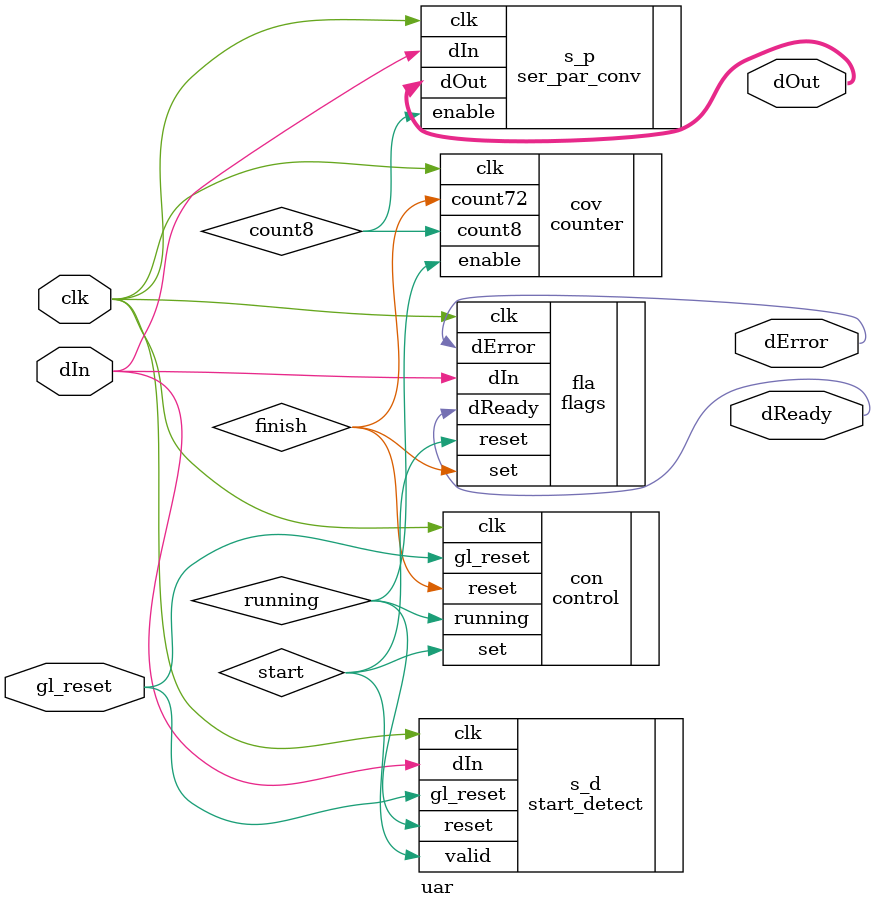
<source format=v>
module uar (
	input        clk, 
	input        gl_reset, 
	input        dIn,
	output [7:0] dOut,
	output       dReady, 
	output       dError
);
	//
	wire         running, finish, count8, start;
	//
	start_detect s_d(
		.clk(clk), 
		.reset(running), 
		.gl_reset(gl_reset), 
		.dIn(dIn),	
		.valid(start)
	);
	counter      cov (
		.clk(clk), 
		.enable(running),	
		.count72(finish), 
		.count8(count8)
	);
	ser_par_conv s_p (
		.clk(clk), 
		.enable(count8), 
		.dIn(dIn),
		.dOut(dOut)
	);
	flags        fla (
		.clk(clk), 
		.set(finish), 
		.reset(start), 
		.dIn(dIn),	
		.dReady(dReady), 
		.dError(dError)
	);
	control      con (
		.clk(clk), 
		.reset(finish), 
		.gl_reset(gl_reset), 
		.set(start),
		.running(running) 
	);
endmodule

</source>
